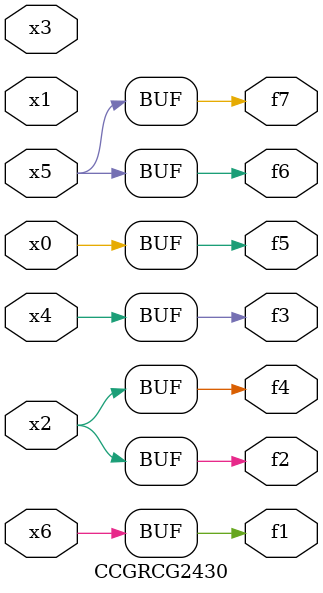
<source format=v>
module CCGRCG2430(
	input x0, x1, x2, x3, x4, x5, x6,
	output f1, f2, f3, f4, f5, f6, f7
);
	assign f1 = x6;
	assign f2 = x2;
	assign f3 = x4;
	assign f4 = x2;
	assign f5 = x0;
	assign f6 = x5;
	assign f7 = x5;
endmodule

</source>
